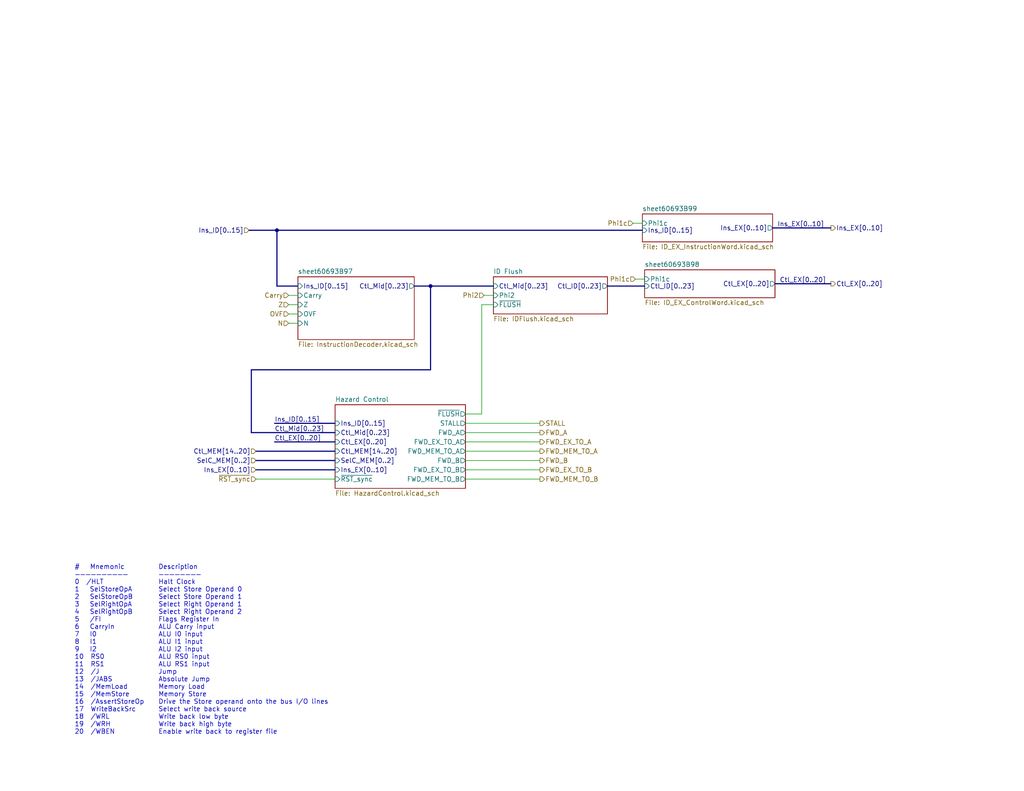
<source format=kicad_sch>
(kicad_sch (version 20230121) (generator eeschema)
  (paper "USLetter")
  (title_block (title "ID") (date "2022-09-25") (rev "C") (comment 1 "Simultaneously, read the register file using indices extracted from the instruction word.") (comment 2 "effect conditional instructions.") (comment 3 "The decoder takes the condition code from the flags register into account to") (comment 4 "The instruction decoder turns a 5-bit opcode into an array of control signals."))
  (lib_symbols)
  (junction (at 75.565 62.865))
  (junction (at 117.475 78.105))
  (wire (pts (xy 134.62 83.185) (xy 131.445 83.185)))
  (wire (pts (xy 81.28 88.265) (xy 78.74 88.265)))
  (bus (pts (xy 68.58 118.11) (xy 91.44 118.11)))
  (bus (pts (xy 117.475 100.965) (xy 117.475 78.105)))
  (wire (pts (xy 175.895 76.2) (xy 173.355 76.2)))
  (wire (pts (xy 127 125.73) (xy 147.32 125.73)))
  (wire (pts (xy 175.26 60.96) (xy 172.72 60.96)))
  (bus (pts (xy 69.85 128.27) (xy 91.44 128.27)))
  (bus (pts (xy 165.735 78.105) (xy 175.895 78.105)))
  (wire (pts (xy 131.445 83.185) (xy 131.445 113.03)))
  (wire (pts (xy 81.28 85.725) (xy 78.74 85.725)))
  (wire (pts (xy 127 120.65) (xy 147.32 120.65)))
  (bus (pts (xy 91.44 115.57) (xy 74.93 115.57)))
  (bus (pts (xy 69.85 123.19) (xy 91.44 123.19)))
  (wire (pts (xy 127 118.11) (xy 147.32 118.11)))
  (bus (pts (xy 69.85 125.73) (xy 91.44 125.73)))
  (wire (pts (xy 134.62 80.645) (xy 132.08 80.645)))
  (wire (pts (xy 81.28 83.185) (xy 78.74 83.185)))
  (wire (pts (xy 127 130.81) (xy 147.32 130.81)))
  (bus (pts (xy 67.945 62.865) (xy 75.565 62.865)))
  (bus (pts (xy 75.565 62.865) (xy 175.26 62.865)))
  (bus (pts (xy 68.58 100.965) (xy 117.475 100.965)))
  (bus (pts (xy 81.28 78.105) (xy 75.565 78.105)))
  (wire (pts (xy 127 115.57) (xy 147.32 115.57)))
  (wire (pts (xy 131.445 113.03) (xy 127 113.03)))
  (wire (pts (xy 127 123.19) (xy 147.32 123.19)))
  (bus (pts (xy 117.475 78.105) (xy 134.62 78.105)))
  (bus (pts (xy 211.455 77.47) (xy 226.695 77.47)))
  (wire (pts (xy 147.32 128.27) (xy 127 128.27)))
  (bus (pts (xy 113.03 78.105) (xy 117.475 78.105)))
  (wire (pts (xy 81.28 80.645) (xy 78.74 80.645)))
  (bus (pts (xy 210.82 62.23) (xy 226.695 62.23)))
  (bus (pts (xy 68.58 118.11) (xy 68.58 100.965)))
  (bus (pts (xy 91.44 120.65) (xy 74.93 120.65)))
  (bus (pts (xy 75.565 62.865) (xy 75.565 78.105)))
  (wire (pts (xy 69.85 130.81) (xy 91.44 130.81)))
  (text "Description\n————————\nHalt Clock\nSelect Store Operand 0\nSelect Store Operand 1\nSelect Right Operand 1\nSelect Right Operand 2\nFlags Register In\nALU Carry input\nALU I0 input\nALU I1 input\nALU I2 input\nALU RS0 input\nALU RS1 input\nJump\nAbsolute Jump\nMemory Load\nMemory Store\nDrive the Store operand onto the bus I/O lines\nSelect write back source\nWrite back low byte\nWrite back high byte\nEnable write back to register file" (at 43.18 200.66 0) (effects (font (size 1.27 1.27)) (justify left bottom)))
  (text "#   Mnemonic\n——————————\n0  /HLT\n1   SelStoreOpA\n2   SelStoreOpB\n3   SelRightOpA\n4   SelRightOpB\n5   /FI\n6   CarryIn\n7   I0\n8   I1\n9   I2\n10  RS0\n11  RS1\n12  /J\n13  /JABS\n14  /MemLoad\n15  /MemStore\n16  /AssertStoreOp\n17  WriteBackSrc\n18  /WRL\n19  /WRH\n20  /WBEN" (at 20.32 200.66 0) (effects (font (size 1.27 1.27)) (justify left bottom)))
  (label "Ins_EX[0..10]" (at 212.09 62.23 0))
  (label "Ctl_EX[0..20]" (at 212.725 77.47 0))
  (label "Ctl_Mid[0..23]" (at 74.93 118.11 0))
  (label "Ctl_EX[0..20]" (at 74.93 120.65 0))
  (label "Ins_ID[0..15]" (at 74.93 115.57 0))
  (hierarchical_label "Carry" (shape input) (at 78.74 80.645 180))
  (hierarchical_label "Phi1c" (shape input) (at 173.355 76.2 180))
  (hierarchical_label "OVF" (shape input) (at 78.74 85.725 180))
  (hierarchical_label "FWD_A" (shape output) (at 147.32 118.11 0))
  (hierarchical_label "Z" (shape input) (at 78.74 83.185 180))
  (hierarchical_label "FWD_EX_TO_B" (shape output) (at 147.32 128.27 0))
  (hierarchical_label "Ctl_EX[0..20]" (shape output) (at 226.695 77.47 0))
  (hierarchical_label "Ins_EX[0..10]" (shape input) (at 69.85 128.27 180))
  (hierarchical_label "Phi2" (shape input) (at 132.08 80.645 180))
  (hierarchical_label "STALL" (shape output) (at 147.32 115.57 0))
  (hierarchical_label "Ctl_MEM[14..20]" (shape input) (at 69.85 123.19 180))
  (hierarchical_label "Ins_EX[0..10]" (shape output) (at 226.695 62.23 0))
  (hierarchical_label "N" (shape input) (at 78.74 88.265 180))
  (hierarchical_label "FWD_MEM_TO_B" (shape output) (at 147.32 130.81 0))
  (hierarchical_label "Phi1c" (shape input) (at 172.72 60.96 180))
  (hierarchical_label "FWD_MEM_TO_A" (shape output) (at 147.32 123.19 0))
  (hierarchical_label "SelC_MEM[0..2]" (shape input) (at 69.85 125.73 180))
  (hierarchical_label "Ins_ID[0..15]" (shape input) (at 67.945 62.865 180))
  (hierarchical_label "FWD_EX_TO_A" (shape output) (at 147.32 120.65 0))
  (hierarchical_label "~{RST_sync}" (shape input) (at 69.85 130.81 180))
  (hierarchical_label "FWD_B" (shape output) (at 147.32 125.73 0))
  (sheet (at 91.44 110.49) (size 35.56 22.86)
    (property "Sheetname" "Hazard Control" (at 91.44 109.7784 0) (effects (justify left bottom)))
    (property "Sheetfile" "HazardControl.kicad_sch" (at 91.44 133.9346 0) (effects (justify left top)))
    (pin "SelC_MEM[0..2]" input (at 91.44 125.73 180))
    (pin "Ins_EX[0..10]" input (at 91.44 128.27 180))
    (pin "Ctl_MEM[14..20]" input (at 91.44 123.19 180))
    (pin "Ctl_EX[0..20]" input (at 91.44 120.65 180))
    (pin "Ins_ID[0..15]" input (at 91.44 115.57 180))
    (pin "STALL" output (at 127 115.57 0))
    (pin "~{FLUSH}" output (at 127 113.03 0))
    (pin "FWD_A" output (at 127 118.11 0))
    (pin "FWD_EX_TO_A" output (at 127 120.65 0))
    (pin "FWD_MEM_TO_A" output (at 127 123.19 0))
    (pin "FWD_EX_TO_B" output (at 127 128.27 0))
    (pin "FWD_MEM_TO_B" output (at 127 130.81 0))
    (pin "FWD_B" output (at 127 125.73 0))
    (pin "Ctl_Mid[0..23]" input (at 91.44 118.11 180))
    (pin "~{RST_sync}" input (at 91.44 130.81 180))
  )
  (sheet (at 81.28 75.565) (size 31.75 17.145)
    (property "Sheetname" "sheet60693B97" (at 81.28 74.8534 0) (effects (justify left bottom)))
    (property "Sheetfile" "InstructionDecoder.kicad_sch" (at 81.28 93.2946 0) (effects (justify left top)))
    (pin "Carry" input (at 81.28 80.645 180))
    (pin "Z" input (at 81.28 83.185 180))
    (pin "Ins_ID[0..15]" input (at 81.28 78.105 180))
    (pin "OVF" input (at 81.28 85.725 180))
    (pin "Ctl_Mid[0..23]" output (at 113.03 78.105 0))
    (pin "N" input (at 81.28 88.265 180))
  )
  (sheet (at 175.895 73.66) (size 35.56 7.62)
    (property "Sheetname" "sheet60693B98" (at 175.895 72.9484 0) (effects (justify left bottom)))
    (property "Sheetfile" "ID_EX_ControlWord.kicad_sch" (at 175.895 81.8646 0) (effects (justify left top)))
    (pin "Ctl_ID[0..23]" input (at 175.895 78.105 180))
    (pin "Ctl_EX[0..20]" output (at 211.455 77.47 0))
    (pin "Phi1c" input (at 175.895 76.2 180))
  )
  (sheet (at 175.26 58.42) (size 35.56 7.62)
    (property "Sheetname" "sheet60693B99" (at 175.26 57.7084 0) (effects (justify left bottom)))
    (property "Sheetfile" "ID_EX_InstructionWord.kicad_sch" (at 175.26 66.6246 0) (effects (justify left top)))
    (pin "Ins_ID[0..15]" input (at 175.26 62.865 180))
    (pin "Ins_EX[0..10]" output (at 210.82 62.23 0))
    (pin "Phi1c" input (at 175.26 60.96 180))
  )
  (sheet (at 134.62 75.565) (size 31.115 10.16) (stroke (width 0.1524))
    (property "Sheetname" "ID Flush" (at 134.62 74.8534 0) (effects (justify left bottom)))
    (property "Sheetfile" "IDFlush.kicad_sch" (at 134.62 86.3096 0) (effects (justify left top)))
    (pin "Ctl_ID[0..23]" output (at 165.735 78.105 0))
    (pin "Phi2" input (at 134.62 80.645 180))
    (pin "~{FLUSH}" input (at 134.62 83.185 180))
    (pin "Ctl_Mid[0..23]" input (at 134.62 78.105 180))
  )
)
</source>
